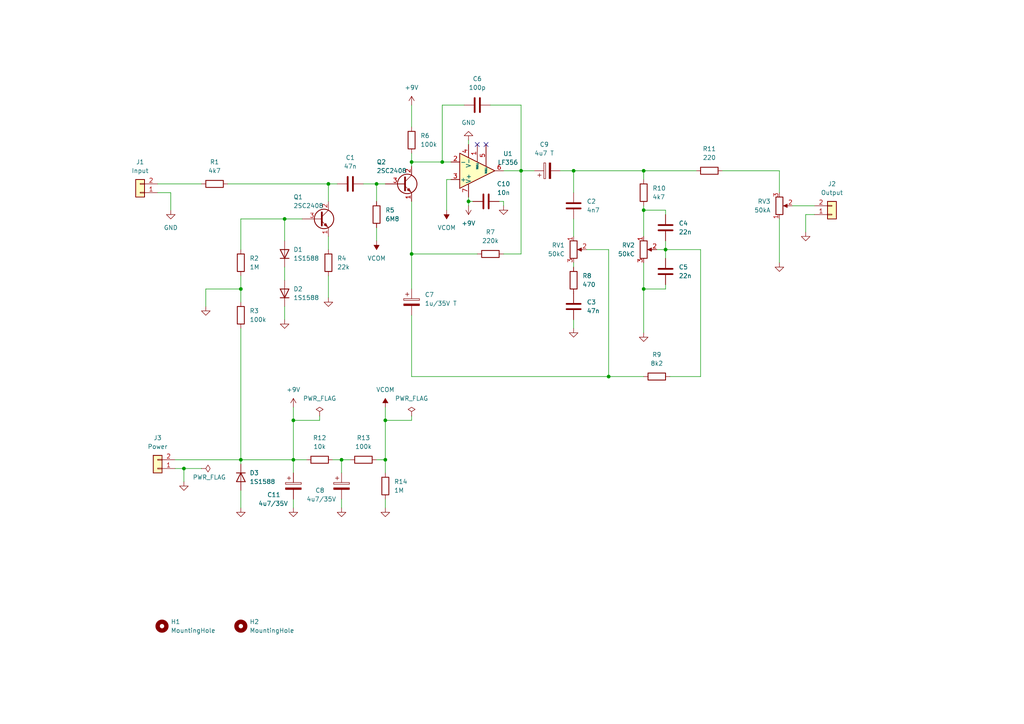
<source format=kicad_sch>
(kicad_sch (version 20230121) (generator eeschema)
  (paper "A4")
  (title_block (title "Pre Amp for Guitar") (date "2023-10-15") (rev "A") (company "Chuck Timber") (comment 1 "DK-FX0001-A"))
  (lib_symbols
    (symbol "Amplifier_Operational:LF356" (pin_names (offset 0.127))
      (property "Reference" "U" (at 0 6.35 0))
      (property "Value" "LF356" (at 0 3.81 0))
      (symbol "LF356_0_1"
        (polyline (pts (xy -5.08 5.08) (xy 5.08 0) (xy -5.08 -5.08) (xy -5.08 5.08)) (stroke (width 0.254)) (fill (type background)))
      )
      (symbol "LF356_1_1"
        (pin input line (at 0 -7.62 90) (length 5.08) (name "NULL") (number "1"))
        (pin input line (at -7.62 -2.54 0) (length 2.54) (name "-") (number "2"))
        (pin input line (at -7.62 2.54 0) (length 2.54) (name "+") (number "3"))
        (pin power_in line (at -2.54 -7.62 90) (length 3.81) (name "V-") (number "4"))
        (pin input line (at 2.54 -7.62 90) (length 6.35) (name "NULL") (number "5"))
        (pin output line (at 7.62 0 180) (length 2.54) (name "~") (number "6"))
        (pin power_in line (at -2.54 7.62 270) (length 3.81) (name "V+") (number "7"))
        (pin no_connect line (at 0 2.54 270) (length 2.54) hide (name "NC") (number "8"))
      )
    )
    (symbol "Connector_Generic:Conn_01x02" (pin_names (offset 1.016) hide)
      (property "Reference" "J" (at 0 2.54 0))
      (property "Value" "Conn_01x02" (at 0 -5.08 0))
      (symbol "Conn_01x02_1_1"
        (rectangle (start -1.27 -2.413) (end 0 -2.667) (stroke (width 0.1524)))
        (rectangle (start -1.27 0.127) (end 0 -0.127) (stroke (width 0.1524)))
        (rectangle (start -1.27 1.27) (end 1.27 -3.81) (stroke (width 0.254)) (fill (type background)))
        (pin passive line (at -5.08 0 0) (length 3.81) (name "Pin_1") (number "1"))
        (pin passive line (at -5.08 -2.54 0) (length 3.81) (name "Pin_2") (number "2"))
      )
    )
    (symbol "Device:C" (pin_numbers hide) (pin_names (offset 0.254))
      (property "Reference" "C" (at 0.635 2.54 0))
      (property "Value" "C" (at 0.635 -2.54 0))
      (symbol "C_0_1"
        (polyline (pts (xy -2.032 -0.762) (xy 2.032 -0.762)) (stroke (width 0.508)))
        (polyline (pts (xy -2.032 0.762) (xy 2.032 0.762)) (stroke (width 0.508)))
      )
      (symbol "C_1_1"
        (pin passive line (at 0 3.81 270) (length 2.794) (name "~") (number "1"))
        (pin passive line (at 0 -3.81 90) (length 2.794) (name "~") (number "2"))
      )
    )
    (symbol "Device:C_Polarized" (pin_numbers hide) (pin_names (offset 0.254))
      (property "Reference" "C" (at 0.635 2.54 0))
      (property "Value" "C_Polarized" (at 0.635 -2.54 0))
      (symbol "C_Polarized_0_1"
        (rectangle (start -2.286 0.508) (end 2.286 1.016))
        (polyline (pts (xy -1.778 2.286) (xy -0.762 2.286)))
        (polyline (pts (xy -1.27 2.794) (xy -1.27 1.778)))
        (rectangle (start 2.286 -0.508) (end -2.286 -1.016) (fill (type outline)))
      )
      (symbol "C_Polarized_1_1"
        (pin passive line (at 0 3.81 270) (length 2.794) (name "~") (number "1"))
        (pin passive line (at 0 -3.81 90) (length 2.794) (name "~") (number "2"))
      )
    )
    (symbol "Device:D" (pin_numbers hide) (pin_names (offset 1.016) hide)
      (property "Reference" "D" (at 0 2.54 0))
      (property "Value" "D" (at 0 -2.54 0))
      (symbol "D_0_1"
        (polyline (pts (xy -1.27 1.27) (xy -1.27 -1.27)) (stroke (width 0.254)))
        (polyline (pts (xy 1.27 0) (xy -1.27 0)))
        (polyline (pts (xy 1.27 1.27) (xy 1.27 -1.27) (xy -1.27 0) (xy 1.27 1.27)) (stroke (width 0.254)))
      )
      (symbol "D_1_1"
        (pin passive line (at -3.81 0 0) (length 2.54) (name "K") (number "1"))
        (pin passive line (at 3.81 0 180) (length 2.54) (name "A") (number "2"))
      )
    )
    (symbol "Device:Q_NPN_ECB" (pin_names (offset 0) hide)
      (property "Reference" "Q" (at 5.08 1.27 0))
      (property "Value" "Q_NPN_ECB" (at 5.08 -1.27 0))
      (symbol "Q_NPN_ECB_0_1"
        (polyline (pts (xy 0.635 0.635) (xy 2.54 2.54)))
        (polyline (pts (xy 0.635 -0.635) (xy 2.54 -2.54) (xy 2.54 -2.54)))
        (polyline (pts (xy 0.635 1.905) (xy 0.635 -1.905) (xy 0.635 -1.905)) (stroke (width 0.508)))
        (polyline (pts (xy 1.27 -1.778) (xy 1.778 -1.27) (xy 2.286 -2.286) (xy 1.27 -1.778) (xy 1.27 -1.778)) (fill (type outline)))
        (circle (center 1.27 0) (radius 2.8194) (stroke (width 0.254)))
      )
      (symbol "Q_NPN_ECB_1_1"
        (pin passive line (at 2.54 -5.08 90) (length 2.54) (name "E") (number "1"))
        (pin passive line (at 2.54 5.08 270) (length 2.54) (name "C") (number "2"))
        (pin passive line (at -5.08 0 0) (length 5.715) (name "B") (number "3"))
      )
    )
    (symbol "Device:R" (pin_numbers hide) (pin_names (offset 0))
      (property "Reference" "R" (at 2.032 0 90))
      (property "Value" "R" (at 0 0 90))
      (symbol "R_0_1"
        (rectangle (start -1.016 -2.54) (end 1.016 2.54) (stroke (width 0.254)))
      )
      (symbol "R_1_1"
        (pin passive line (at 0 3.81 270) (length 1.27) (name "~") (number "1"))
        (pin passive line (at 0 -3.81 90) (length 1.27) (name "~") (number "2"))
      )
    )
    (symbol "Device:R_Potentiometer" (pin_names (offset 1.016) hide)
      (property "Reference" "RV" (at -4.445 0 90))
      (property "Value" "R_Potentiometer" (at -2.54 0 90))
      (symbol "R_Potentiometer_0_1"
        (polyline (pts (xy 2.54 0) (xy 1.524 0)))
        (polyline (pts (xy 1.143 0) (xy 2.286 0.508) (xy 2.286 -0.508) (xy 1.143 0)) (fill (type outline)))
        (rectangle (start 1.016 2.54) (end -1.016 -2.54) (stroke (width 0.254)))
      )
      (symbol "R_Potentiometer_1_1"
        (pin passive line (at 0 3.81 270) (length 1.27) (name "1") (number "1"))
        (pin passive line (at 3.81 0 180) (length 1.27) (name "2") (number "2"))
        (pin passive line (at 0 -3.81 90) (length 1.27) (name "3") (number "3"))
      )
    )
    (symbol "Mechanical:MountingHole" (pin_names (offset 1.016))
      (property "Reference" "H" (at 0 5.08 0))
      (property "Value" "MountingHole" (at 0 3.175 0))
      (symbol "MountingHole_0_1"
        (circle (center 0 0) (radius 1.27) (stroke (width 1.27)))
      )
    )
    (symbol "power:+9V" (power) (pin_names (offset 0))
      (property "Value" "+9V" (at 0 3.556 0))
      (symbol "+9V_0_1"
        (polyline (pts (xy -0.762 1.27) (xy 0 2.54)))
        (polyline (pts (xy 0 0) (xy 0 2.54)))
        (polyline (pts (xy 0 2.54) (xy 0.762 1.27)))
      )
      (symbol "+9V_1_1"
        (pin power_in line (at 0 0 90) (length 0) hide (name "+9V") (number "1"))
      )
    )
    (symbol "power:GND" (power) (pin_names (offset 0))
      (property "Value" "GND" (at 0 -3.81 0))
      (symbol "GND_0_1"
        (polyline (pts (xy 0 0) (xy 0 -1.27) (xy 1.27 -1.27) (xy 0 -2.54) (xy -1.27 -1.27) (xy 0 -1.27)))
      )
      (symbol "GND_1_1"
        (pin power_in line (at 0 0 270) (length 0) hide (name "GND") (number "1"))
      )
    )
    (symbol "power:PWR_FLAG" (power) (pin_numbers hide) (pin_names (offset 0) hide)
      (property "Value" "PWR_FLAG" (at 0 3.81 0))
      (symbol "PWR_FLAG_0_0"
        (pin power_out line (at 0 0 90) (length 0) (name "pwr") (number "1"))
      )
      (symbol "PWR_FLAG_0_1"
        (polyline (pts (xy 0 0) (xy 0 1.27) (xy -1.016 1.905) (xy 0 2.54) (xy 1.016 1.905) (xy 0 1.27)))
      )
    )
    (symbol "power:VCOM" (power) (pin_names (offset 0))
      (property "Value" "VCOM" (at 0 3.81 0))
      (symbol "VCOM_0_1"
        (polyline (pts (xy 0 0) (xy 0 2.54)))
        (polyline (pts (xy 0.762 1.27) (xy -0.762 1.27) (xy 0 2.54) (xy 0.762 1.27)) (fill (type outline)))
      )
      (symbol "VCOM_1_1"
        (pin power_in line (at 0 0 90) (length 0) hide (name "VCOM") (number "1"))
      )
    )
  )
  (junction (at 186.69 60.96))
  (junction (at 135.89 58.42))
  (junction (at 111.76 121.92))
  (junction (at 186.69 49.53))
  (junction (at 119.38 73.66))
  (junction (at 95.25 53.34))
  (junction (at 186.69 83.82))
  (junction (at 69.85 133.35))
  (junction (at 176.53 109.22))
  (junction (at 193.04 72.39))
  (junction (at 128.27 46.99))
  (junction (at 109.22 53.34))
  (junction (at 85.09 121.92))
  (junction (at 85.09 133.35))
  (junction (at 82.55 63.5))
  (junction (at 99.06 133.35))
  (junction (at 111.76 133.35))
  (junction (at 119.38 46.99))
  (junction (at 166.37 49.53))
  (junction (at 69.85 83.82))
  (junction (at 151.13 49.53))
  (junction (at 53.34 135.89))
  (no_connect (at 140.97 41.91))
  (no_connect (at 138.43 41.91))
  (wire (pts (xy 166.37 76.2) (xy 166.37 77.47)))
  (wire (pts (xy 170.18 72.39) (xy 176.53 72.39)))
  (wire (pts (xy 130.81 52.07) (xy 129.54 52.07)))
  (wire (pts (xy 99.06 133.35) (xy 101.6 133.35)))
  (wire (pts (xy 111.76 133.35) (xy 111.76 137.16)))
  (wire (pts (xy 190.5 72.39) (xy 193.04 72.39)))
  (wire (pts (xy 69.85 63.5) (xy 82.55 63.5)))
  (wire (pts (xy 146.05 58.42) (xy 146.05 59.69)))
  (wire (pts (xy 95.25 80.01) (xy 95.25 86.36)))
  (wire (pts (xy 233.68 67.31) (xy 233.68 62.23)))
  (wire (pts (xy 193.04 72.39) (xy 203.2 72.39)))
  (wire (pts (xy 128.27 30.48) (xy 128.27 46.99)))
  (wire (pts (xy 109.22 133.35) (xy 111.76 133.35)))
  (wire (pts (xy 95.25 53.34) (xy 95.25 58.42)))
  (wire (pts (xy 146.05 49.53) (xy 151.13 49.53)))
  (wire (pts (xy 151.13 30.48) (xy 151.13 49.53)))
  (wire (pts (xy 193.04 62.23) (xy 193.04 60.96)))
  (wire (pts (xy 135.89 58.42) (xy 135.89 59.69)))
  (wire (pts (xy 85.09 144.78) (xy 85.09 147.32)))
  (wire (pts (xy 85.09 133.35) (xy 85.09 137.16)))
  (wire (pts (xy 87.63 63.5) (xy 82.55 63.5)))
  (wire (pts (xy 119.38 73.66) (xy 138.43 73.66)))
  (wire (pts (xy 135.89 57.15) (xy 135.89 58.42)))
  (wire (pts (xy 226.06 63.5) (xy 226.06 76.2)))
  (wire (pts (xy 95.25 53.34) (xy 97.79 53.34)))
  (wire (pts (xy 82.55 88.9) (xy 82.55 92.71)))
  (wire (pts (xy 95.25 68.58) (xy 95.25 72.39)))
  (wire (pts (xy 50.8 133.35) (xy 69.85 133.35)))
  (wire (pts (xy 69.85 83.82) (xy 69.85 87.63)))
  (wire (pts (xy 82.55 77.47) (xy 82.55 81.28)))
  (wire (pts (xy 111.76 121.92) (xy 111.76 133.35)))
  (wire (pts (xy 69.85 80.01) (xy 69.85 83.82)))
  (wire (pts (xy 162.56 49.53) (xy 166.37 49.53)))
  (wire (pts (xy 166.37 49.53) (xy 186.69 49.53)))
  (wire (pts (xy 209.55 49.53) (xy 226.06 49.53)))
  (wire (pts (xy 226.06 49.53) (xy 226.06 55.88)))
  (wire (pts (xy 49.53 55.88) (xy 49.53 60.96)))
  (wire (pts (xy 128.27 46.99) (xy 119.38 46.99)))
  (wire (pts (xy 111.76 118.11) (xy 111.76 121.92)))
  (wire (pts (xy 186.69 49.53) (xy 201.93 49.53)))
  (wire (pts (xy 186.69 109.22) (xy 176.53 109.22)))
  (wire (pts (xy 130.81 46.99) (xy 128.27 46.99)))
  (wire (pts (xy 151.13 49.53) (xy 154.94 49.53)))
  (wire (pts (xy 193.04 83.82) (xy 186.69 83.82)))
  (wire (pts (xy 186.69 49.53) (xy 186.69 52.07)))
  (wire (pts (xy 229.87 59.69) (xy 236.22 59.69)))
  (wire (pts (xy 92.71 121.92) (xy 85.09 121.92)))
  (wire (pts (xy 69.85 133.35) (xy 69.85 134.62)))
  (wire (pts (xy 85.09 118.11) (xy 85.09 121.92)))
  (wire (pts (xy 45.72 53.34) (xy 58.42 53.34)))
  (wire (pts (xy 166.37 63.5) (xy 166.37 68.58)))
  (wire (pts (xy 99.06 133.35) (xy 99.06 137.16)))
  (wire (pts (xy 69.85 133.35) (xy 85.09 133.35)))
  (wire (pts (xy 142.24 30.48) (xy 151.13 30.48)))
  (wire (pts (xy 134.62 30.48) (xy 128.27 30.48)))
  (wire (pts (xy 92.71 120.65) (xy 92.71 121.92)))
  (wire (pts (xy 233.68 62.23) (xy 236.22 62.23)))
  (wire (pts (xy 109.22 53.34) (xy 109.22 58.42)))
  (wire (pts (xy 135.89 58.42) (xy 137.16 58.42)))
  (wire (pts (xy 119.38 58.42) (xy 119.38 73.66)))
  (wire (pts (xy 119.38 46.99) (xy 119.38 48.26)))
  (wire (pts (xy 203.2 72.39) (xy 203.2 109.22)))
  (wire (pts (xy 135.89 40.64) (xy 135.89 41.91)))
  (wire (pts (xy 193.04 82.55) (xy 193.04 83.82)))
  (wire (pts (xy 45.72 55.88) (xy 49.53 55.88)))
  (wire (pts (xy 69.85 142.24) (xy 69.85 147.32)))
  (wire (pts (xy 119.38 73.66) (xy 119.38 83.82)))
  (wire (pts (xy 166.37 92.71) (xy 166.37 95.25)))
  (wire (pts (xy 176.53 109.22) (xy 119.38 109.22)))
  (wire (pts (xy 144.78 58.42) (xy 146.05 58.42)))
  (wire (pts (xy 119.38 109.22) (xy 119.38 91.44)))
  (wire (pts (xy 69.85 72.39) (xy 69.85 63.5)))
  (wire (pts (xy 85.09 121.92) (xy 85.09 133.35)))
  (wire (pts (xy 109.22 66.04) (xy 109.22 69.85)))
  (wire (pts (xy 111.76 144.78) (xy 111.76 147.32)))
  (wire (pts (xy 186.69 60.96) (xy 186.69 68.58)))
  (wire (pts (xy 119.38 120.65) (xy 119.38 121.92)))
  (wire (pts (xy 53.34 135.89) (xy 58.42 135.89)))
  (wire (pts (xy 59.69 83.82) (xy 69.85 83.82)))
  (wire (pts (xy 59.69 83.82) (xy 59.69 88.9)))
  (wire (pts (xy 129.54 52.07) (xy 129.54 60.96)))
  (wire (pts (xy 186.69 59.69) (xy 186.69 60.96)))
  (wire (pts (xy 176.53 72.39) (xy 176.53 109.22)))
  (wire (pts (xy 193.04 72.39) (xy 193.04 74.93)))
  (wire (pts (xy 53.34 135.89) (xy 53.34 139.7)))
  (wire (pts (xy 193.04 60.96) (xy 186.69 60.96)))
  (wire (pts (xy 50.8 135.89) (xy 53.34 135.89)))
  (wire (pts (xy 119.38 44.45) (xy 119.38 46.99)))
  (wire (pts (xy 109.22 53.34) (xy 111.76 53.34)))
  (wire (pts (xy 66.04 53.34) (xy 95.25 53.34)))
  (wire (pts (xy 186.69 83.82) (xy 186.69 96.52)))
  (wire (pts (xy 105.41 53.34) (xy 109.22 53.34)))
  (wire (pts (xy 99.06 144.78) (xy 99.06 147.32)))
  (wire (pts (xy 69.85 95.25) (xy 69.85 133.35)))
  (wire (pts (xy 119.38 121.92) (xy 111.76 121.92)))
  (wire (pts (xy 96.52 133.35) (xy 99.06 133.35)))
  (wire (pts (xy 151.13 73.66) (xy 146.05 73.66)))
  (wire (pts (xy 193.04 69.85) (xy 193.04 72.39)))
  (wire (pts (xy 119.38 30.48) (xy 119.38 36.83)))
  (wire (pts (xy 166.37 49.53) (xy 166.37 55.88)))
  (wire (pts (xy 151.13 49.53) (xy 151.13 73.66)))
  (wire (pts (xy 82.55 63.5) (xy 82.55 69.85)))
  (wire (pts (xy 85.09 133.35) (xy 88.9 133.35)))
  (wire (pts (xy 203.2 109.22) (xy 194.31 109.22)))
  (wire (pts (xy 186.69 76.2) (xy 186.69 83.82)))
  (symbol (lib_id "Device:D") (at 69.85 138.43 270) (unit 1)
    (property "Reference" "D3" (at 72.39 137.16 90) (effects (justify left)))
    (property "Value" "1S1588" (at 72.39 139.7 90) (effects (justify left)))
    (property "Footprint" "Diode_THT:D_A-405_P2.54mm_Vertical_KathodeUp" (effects hide))
    (property "Sim.Device" "D" (effects hide))
    (property "Sim.Pins" "1=K 2=A" (effects hide))
  )
  (symbol (lib_id "Device:C") (at 166.37 59.69 180) (unit 1)
    (property "Reference" "C2" (at 170.18 58.42 0) (effects (justify right)))
    (property "Value" "4n7" (at 170.18 60.96 0) (effects (justify right)))
    (property "Footprint" "Capacitor_THT:C_Disc_D5.0mm_W2.5mm_P5.00mm" (effects hide))
  )
  (symbol (lib_id "Device:Q_NPN_ECB") (at 116.84 53.34 0) (unit 1)
    (property "Reference" "Q2" (at 109.22 46.99 0) (effects (justify left)))
    (property "Value" "2SC2408" (at 109.22 49.53 0) (effects (justify left)))
    (property "Footprint" "Package_TO_SOT_THT:TO-92_Inline_Wide" (effects hide))
  )
  (symbol (lib_id "power:PWR_FLAG") (at 119.38 120.65 0) (unit 1)
    (property "Reference" "#FLG03" (effects hide))
    (property "Value" "PWR_FLAG" (at 119.38 115.57 0))
  )
  (symbol (lib_id "Device:R") (at 95.25 76.2 180) (unit 1)
    (property "Reference" "R4" (at 97.79 74.93 0) (effects (justify right)))
    (property "Value" "22k" (at 97.79 77.47 0) (effects (justify right)))
    (property "Footprint" "Resistor_THT:R_Axial_DIN0207_L6.3mm_D2.5mm_P2.54mm_Vertical" (effects hide))
  )
  (symbol (lib_id "power:VCOM") (at 129.54 60.96 180) (unit 1)
    (property "Reference" "#PWR017" (effects hide))
    (property "Value" "VCOM" (at 129.54 66.04 0))
  )
  (symbol (lib_id "Amplifier_Operational:LF356") (at 138.43 49.53 0) (mirror x) (unit 1)
    (property "Reference" "U1" (at 147.32 44.5769 0))
    (property "Value" "LF356" (at 147.32 47.1169 0))
    (property "Footprint" "Package_DIP:DIP-8_W7.62mm" (effects hide))
    (property "Datasheet" "http://www.ti.com/lit/ds/symlink/lf357.pdf" (effects hide))
  )
  (symbol (lib_id "Mechanical:MountingHole") (at 46.99 181.61 0) (unit 1)
    (property "Reference" "H1" (at 49.53 180.34 0) (effects (justify left)))
    (property "Value" "MountingHole" (at 49.53 182.88 0) (effects (justify left)))
    (property "Footprint" "MountingHole:MountingHole_3.2mm_M3" (effects hide))
  )
  (symbol (lib_id "power:+9V") (at 85.09 118.11 0) (unit 1)
    (property "Reference" "#PWR013" (effects hide))
    (property "Value" "+9V" (at 85.09 113.03 0))
  )
  (symbol (lib_id "power:GND") (at 135.89 40.64 180) (unit 1)
    (property "Reference" "#PWR010" (effects hide))
    (property "Value" "GND" (at 135.89 35.56 0))
  )
  (symbol (lib_id "Device:C") (at 138.43 30.48 270) (unit 1)
    (property "Reference" "C6" (at 138.43 22.86 90))
    (property "Value" "100p" (at 138.43 25.4 90))
    (property "Footprint" "Capacitor_THT:C_Disc_D5.0mm_W2.5mm_P5.00mm" (effects hide))
  )
  (symbol (lib_id "power:VCOM") (at 111.76 118.11 0) (unit 1)
    (property "Reference" "#PWR014" (effects hide))
    (property "Value" "VCOM" (at 111.76 113.03 0))
  )
  (symbol (lib_id "Device:C") (at 166.37 88.9 180) (unit 1)
    (property "Reference" "C3" (at 170.18 87.63 0) (effects (justify right)))
    (property "Value" "47n" (at 170.18 90.17 0) (effects (justify right)))
    (property "Footprint" "Capacitor_THT:C_Rect_L7.0mm_W2.0mm_P5.00mm" (effects hide))
  )
  (symbol (lib_id "power:VCOM") (at 109.22 69.85 180) (unit 1)
    (property "Reference" "#PWR016" (effects hide))
    (property "Value" "VCOM" (at 109.22 74.93 0))
  )
  (symbol (lib_id "power:GND") (at 226.06 76.2 0) (unit 1)
    (property "Reference" "#PWR09" (effects hide))
    (property "Value" "GND" (effects hide))
  )
  (symbol (lib_id "Connector_Generic:Conn_01x02") (at 40.64 55.88 180) (unit 1)
    (property "Reference" "J1" (at 40.64 46.99 0))
    (property "Value" "Input" (at 40.64 49.53 0))
    (property "Footprint" "Connector_PinSocket_2.54mm:PinSocket_1x02_P2.54mm_Vertical" (effects hide))
  )
  (symbol (lib_id "power:GND") (at 146.05 59.69 0) (unit 1)
    (property "Reference" "#PWR020" (effects hide))
    (property "Value" "GND" (effects hide))
  )
  (symbol (lib_id "power:PWR_FLAG") (at 92.71 120.65 0) (unit 1)
    (property "Reference" "#FLG02" (effects hide))
    (property "Value" "PWR_FLAG" (at 92.71 115.57 0))
  )
  (symbol (lib_id "power:GND") (at 186.69 96.52 0) (unit 1)
    (property "Reference" "#PWR08" (effects hide))
    (property "Value" "GND" (effects hide))
  )
  (symbol (lib_id "Device:C_Polarized") (at 99.06 140.97 0) (unit 1)
    (property "Reference" "C8" (at 91.44 142.24 0) (effects (justify left)))
    (property "Value" "4u7/35V" (at 88.9 144.78 0) (effects (justify left)))
    (property "Footprint" "Capacitor_THT:CP_Radial_D5.0mm_P2.50mm" (effects hide))
  )
  (symbol (lib_id "power:GND") (at 85.09 147.32 0) (unit 1)
    (property "Reference" "#PWR021" (effects hide))
    (property "Value" "GND" (effects hide))
  )
  (symbol (lib_id "Device:R") (at 166.37 81.28 0) (unit 1)
    (property "Reference" "R8" (at 168.91 80.01 0) (effects (justify left)))
    (property "Value" "470" (at 168.91 82.55 0) (effects (justify left)))
    (property "Footprint" "Resistor_THT:R_Axial_DIN0207_L6.3mm_D2.5mm_P2.54mm_Vertical" (effects hide))
  )
  (symbol (lib_id "Device:C") (at 101.6 53.34 90) (unit 1)
    (property "Reference" "C1" (at 101.6 45.72 90))
    (property "Value" "47n" (at 101.6 48.26 90))
    (property "Footprint" "Capacitor_THT:C_Rect_L7.0mm_W2.0mm_P5.00mm" (effects hide))
  )
  (symbol (lib_id "Device:C") (at 193.04 66.04 180) (unit 1)
    (property "Reference" "C4" (at 196.85 64.77 0) (effects (justify right)))
    (property "Value" "22n" (at 196.85 67.31 0) (effects (justify right)))
    (property "Footprint" "Capacitor_THT:C_Rect_L7.0mm_W3.5mm_P5.00mm" (effects hide))
  )
  (symbol (lib_id "power:+9V") (at 119.38 30.48 0) (unit 1)
    (property "Reference" "#PWR011" (effects hide))
    (property "Value" "+9V" (at 119.38 25.4 0))
  )
  (symbol (lib_id "Connector_Generic:Conn_01x02") (at 241.3 62.23 0) (mirror x) (unit 1)
    (property "Reference" "J2" (at 241.3 53.34 0))
    (property "Value" "Output" (at 241.3 55.88 0))
    (property "Footprint" "Connector_PinSocket_2.54mm:PinSocket_1x02_P2.54mm_Vertical" (effects hide))
  )
  (symbol (lib_id "Device:R") (at 62.23 53.34 90) (unit 1)
    (property "Reference" "R1" (at 62.23 46.99 90))
    (property "Value" "4k7" (at 62.23 49.53 90))
    (property "Footprint" "Resistor_THT:R_Axial_DIN0207_L6.3mm_D2.5mm_P2.54mm_Vertical" (effects hide))
  )
  (symbol (lib_id "Device:D") (at 82.55 85.09 90) (unit 1)
    (property "Reference" "D2" (at 85.09 83.82 90) (effects (justify right)))
    (property "Value" "1S1588" (at 85.09 86.36 90) (effects (justify right)))
    (property "Footprint" "Diode_THT:D_A-405_P2.54mm_Vertical_KathodeUp" (effects hide))
    (property "Sim.Device" "D" (effects hide))
    (property "Sim.Pins" "1=K 2=A" (effects hide))
  )
  (symbol (lib_id "Device:D") (at 82.55 73.66 90) (unit 1)
    (property "Reference" "D1" (at 85.09 72.39 90) (effects (justify right)))
    (property "Value" "1S1588" (at 85.09 74.93 90) (effects (justify right)))
    (property "Footprint" "Diode_THT:D_A-405_P2.54mm_Vertical_KathodeUp" (effects hide))
    (property "Sim.Device" "D" (effects hide))
    (property "Sim.Pins" "1=K 2=A" (effects hide))
  )
  (symbol (lib_id "power:GND") (at 95.25 86.36 0) (unit 1)
    (property "Reference" "#PWR04" (effects hide))
    (property "Value" "GND" (effects hide))
  )
  (symbol (lib_id "Device:R") (at 92.71 133.35 90) (unit 1)
    (property "Reference" "R12" (at 92.71 127 90))
    (property "Value" "10k" (at 92.71 129.54 90))
    (property "Footprint" "Resistor_THT:R_Axial_DIN0207_L6.3mm_D2.5mm_P2.54mm_Vertical" (effects hide))
  )
  (symbol (lib_id "Device:C_Polarized") (at 119.38 87.63 0) (unit 1)
    (property "Reference" "C7" (at 123.19 85.471 0) (effects (justify left)))
    (property "Value" "1u/35V T" (at 123.19 88.011 0) (effects (justify left)))
    (property "Footprint" "Capacitor_THT:CP_Radial_Tantal_D5.5mm_P5.00mm" (effects hide))
  )
  (symbol (lib_id "Device:C") (at 193.04 78.74 180) (unit 1)
    (property "Reference" "C5" (at 196.85 77.47 0) (effects (justify right)))
    (property "Value" "22n" (at 196.85 80.01 0) (effects (justify right)))
    (property "Footprint" "Capacitor_THT:C_Rect_L7.0mm_W3.5mm_P5.00mm" (effects hide))
  )
  (symbol (lib_id "power:PWR_FLAG") (at 58.42 135.89 270) (unit 1)
    (property "Reference" "#FLG01" (effects hide))
    (property "Value" "PWR_FLAG" (at 55.88 138.43 90) (effects (justify left)))
  )
  (symbol (lib_id "Device:R_Potentiometer") (at 226.06 59.69 0) (mirror x) (unit 1)
    (property "Reference" "RV3" (at 223.52 58.42 0) (effects (justify right)))
    (property "Value" "50kA" (at 223.52 60.96 0) (effects (justify right)))
    (property "Footprint" "Connector_PinSocket_2.54mm:PinSocket_1x03_P2.54mm_Vertical" (effects hide))
  )
  (symbol (lib_id "Device:R_Potentiometer") (at 186.69 72.39 0) (unit 1)
    (property "Reference" "RV2" (at 184.15 71.12 0) (effects (justify right)))
    (property "Value" "50kC" (at 184.15 73.66 0) (effects (justify right)))
    (property "Footprint" "Connector_PinSocket_2.54mm:PinSocket_1x03_P2.54mm_Vertical" (effects hide))
  )
  (symbol (lib_id "Device:R") (at 105.41 133.35 90) (unit 1)
    (property "Reference" "R13" (at 105.41 127 90))
    (property "Value" "100k" (at 105.41 129.54 90))
    (property "Footprint" "Resistor_THT:R_Axial_DIN0207_L6.3mm_D2.5mm_P2.54mm_Vertical" (effects hide))
  )
  (symbol (lib_id "power:GND") (at 53.34 139.7 0) (unit 1)
    (property "Reference" "#PWR06" (effects hide))
    (property "Value" "GND" (effects hide))
  )
  (symbol (lib_id "Device:R") (at 205.74 49.53 90) (unit 1)
    (property "Reference" "R11" (at 205.74 43.18 90))
    (property "Value" "220" (at 205.74 45.72 90))
    (property "Footprint" "Resistor_THT:R_Axial_DIN0207_L6.3mm_D2.5mm_P2.54mm_Vertical" (effects hide))
  )
  (symbol (lib_id "power:GND") (at 69.85 147.32 0) (unit 1)
    (property "Reference" "#PWR02" (effects hide))
    (property "Value" "GND" (effects hide))
  )
  (symbol (lib_id "Device:R_Potentiometer") (at 166.37 72.39 0) (unit 1)
    (property "Reference" "RV1" (at 163.83 71.12 0) (effects (justify right)))
    (property "Value" "50kC" (at 163.83 73.66 0) (effects (justify right)))
    (property "Footprint" "Connector_PinSocket_2.54mm:PinSocket_1x03_P2.54mm_Vertical" (effects hide))
  )
  (symbol (lib_id "power:GND") (at 82.55 92.71 0) (unit 1)
    (property "Reference" "#PWR018" (effects hide))
    (property "Value" "GND" (effects hide))
  )
  (symbol (lib_id "Device:R") (at 109.22 62.23 0) (unit 1)
    (property "Reference" "R5" (at 111.76 60.96 0) (effects (justify left)))
    (property "Value" "6M8" (at 111.76 63.5 0) (effects (justify left)))
    (property "Footprint" "Resistor_THT:R_Axial_DIN0207_L6.3mm_D2.5mm_P2.54mm_Vertical" (effects hide))
  )
  (symbol (lib_id "power:GND") (at 111.76 147.32 0) (unit 1)
    (property "Reference" "#PWR03" (effects hide))
    (property "Value" "GND" (effects hide))
  )
  (symbol (lib_id "power:GND") (at 99.06 147.32 0) (unit 1)
    (property "Reference" "#PWR015" (effects hide))
    (property "Value" "GND" (effects hide))
  )
  (symbol (lib_id "Mechanical:MountingHole") (at 69.85 181.61 0) (unit 1)
    (property "Reference" "H2" (at 72.39 180.34 0) (effects (justify left)))
    (property "Value" "MountingHole" (at 72.39 182.88 0) (effects (justify left)))
    (property "Footprint" "MountingHole:MountingHole_3.2mm_M3" (effects hide))
  )
  (symbol (lib_id "Device:Q_NPN_ECB") (at 92.71 63.5 0) (unit 1)
    (property "Reference" "Q1" (at 85.09 57.15 0) (effects (justify left)))
    (property "Value" "2SC2408" (at 85.09 59.69 0) (effects (justify left)))
    (property "Footprint" "Package_TO_SOT_THT:TO-92_Inline_Wide" (effects hide))
  )
  (symbol (lib_id "Device:R") (at 69.85 76.2 0) (unit 1)
    (property "Reference" "R2" (at 72.39 74.93 0) (effects (justify left)))
    (property "Value" "1M" (at 72.39 77.47 0) (effects (justify left)))
    (property "Footprint" "Resistor_THT:R_Axial_DIN0207_L6.3mm_D2.5mm_P2.54mm_Vertical" (effects hide))
  )
  (symbol (lib_id "power:+9V") (at 135.89 59.69 180) (unit 1)
    (property "Reference" "#PWR012" (effects hide))
    (property "Value" "+9V" (at 135.89 64.77 0))
  )
  (symbol (lib_id "Device:R") (at 69.85 91.44 0) (unit 1)
    (property "Reference" "R3" (at 72.39 90.17 0) (effects (justify left)))
    (property "Value" "100k" (at 72.39 92.71 0) (effects (justify left)))
    (property "Footprint" "Resistor_THT:R_Axial_DIN0207_L6.3mm_D2.5mm_P2.54mm_Vertical" (effects hide))
  )
  (symbol (lib_id "Device:R") (at 190.5 109.22 90) (unit 1)
    (property "Reference" "R9" (at 190.5 102.87 90))
    (property "Value" "8k2" (at 190.5 105.41 90))
    (property "Footprint" "Resistor_THT:R_Axial_DIN0207_L6.3mm_D2.5mm_P2.54mm_Vertical" (effects hide))
  )
  (symbol (lib_id "power:GND") (at 166.37 95.25 0) (unit 1)
    (property "Reference" "#PWR07" (effects hide))
    (property "Value" "GND" (effects hide))
  )
  (symbol (lib_id "Device:C") (at 140.97 58.42 270) (unit 1)
    (property "Reference" "C10" (at 146.05 53.34 90))
    (property "Value" "10n" (at 146.05 55.88 90))
    (property "Footprint" "Capacitor_THT:C_Disc_D3.0mm_W2.0mm_P2.50mm" (effects hide))
  )
  (symbol (lib_id "Device:C_Polarized") (at 158.75 49.53 90) (unit 1)
    (property "Reference" "C9" (at 157.861 41.91 90))
    (property "Value" "4u7 T" (at 157.861 44.45 90))
    (property "Footprint" "Capacitor_THT:CP_Radial_D6.3mm_P2.50mm" (effects hide))
  )
  (symbol (lib_id "Device:R") (at 111.76 140.97 0) (unit 1)
    (property "Reference" "R14" (at 114.3 139.7 0) (effects (justify left)))
    (property "Value" "1M" (at 114.3 142.24 0) (effects (justify left)))
    (property "Footprint" "Resistor_THT:R_Axial_DIN0207_L6.3mm_D2.5mm_P2.54mm_Vertical" (effects hide))
  )
  (symbol (lib_id "power:GND") (at 59.69 88.9 0) (unit 1)
    (property "Reference" "#PWR05" (effects hide))
    (property "Value" "GND" (effects hide))
  )
  (symbol (lib_id "Device:C_Polarized") (at 85.09 140.97 0) (unit 1)
    (property "Reference" "C11" (at 77.47 143.51 0) (effects (justify left)))
    (property "Value" "4u7/35V" (at 74.93 146.05 0) (effects (justify left)))
    (property "Footprint" "Capacitor_THT:CP_Radial_D5.0mm_P2.50mm" (effects hide))
  )
  (symbol (lib_id "Connector_Generic:Conn_01x02") (at 45.72 135.89 180) (unit 1)
    (property "Reference" "J3" (at 45.72 127 0))
    (property "Value" "Power" (at 45.72 129.54 0))
    (property "Footprint" "Connector_PinSocket_2.54mm:PinSocket_1x02_P2.54mm_Vertical" (effects hide))
  )
  (symbol (lib_id "Device:R") (at 119.38 40.64 0) (unit 1)
    (property "Reference" "R6" (at 121.92 39.37 0) (effects (justify left)))
    (property "Value" "100k" (at 121.92 41.91 0) (effects (justify left)))
    (property "Footprint" "Resistor_THT:R_Axial_DIN0207_L6.3mm_D2.5mm_P2.54mm_Vertical" (effects hide))
  )
  (symbol (lib_id "power:GND") (at 233.68 67.31 0) (unit 1)
    (property "Reference" "#PWR019" (effects hide))
    (property "Value" "GND" (effects hide))
  )
  (symbol (lib_id "power:GND") (at 49.53 60.96 0) (unit 1)
    (property "Reference" "#PWR01" (effects hide))
    (property "Value" "GND" (at 49.53 66.04 0))
  )
  (symbol (lib_id "Device:R") (at 186.69 55.88 0) (unit 1)
    (property "Reference" "R10" (at 189.23 54.61 0) (effects (justify left)))
    (property "Value" "4k7" (at 189.23 57.15 0) (effects (justify left)))
    (property "Footprint" "Resistor_THT:R_Axial_DIN0207_L6.3mm_D2.5mm_P2.54mm_Vertical" (effects hide))
  )
  (symbol (lib_id "Device:R") (at 142.24 73.66 90) (unit 1)
    (property "Reference" "R7" (at 142.24 67.31 90))
    (property "Value" "220k" (at 142.24 69.85 90))
    (property "Footprint" "Resistor_THT:R_Axial_DIN0207_L6.3mm_D2.5mm_P2.54mm_Vertical" (effects hide))
  )
)
</source>
